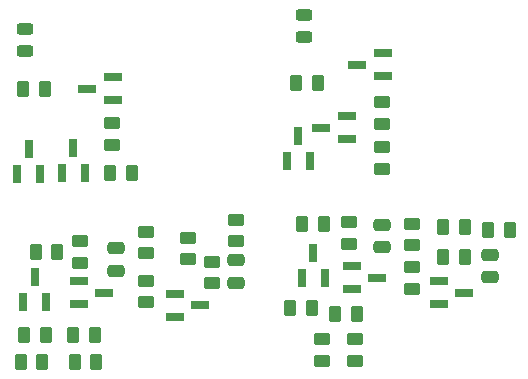
<source format=gbr>
%TF.GenerationSoftware,KiCad,Pcbnew,(6.0.2)*%
%TF.CreationDate,2022-03-08T21:55:07+01:00*%
%TF.ProjectId,simple-pc_-no-fiducials,73696d70-6c65-42d7-9063-5f2d6e6f2d66,rev?*%
%TF.SameCoordinates,Original*%
%TF.FileFunction,Paste,Top*%
%TF.FilePolarity,Positive*%
%FSLAX46Y46*%
G04 Gerber Fmt 4.6, Leading zero omitted, Abs format (unit mm)*
G04 Created by KiCad (PCBNEW (6.0.2)) date 2022-03-08 21:55:07*
%MOMM*%
%LPD*%
G01*
G04 APERTURE LIST*
G04 Aperture macros list*
%AMRoundRect*
0 Rectangle with rounded corners*
0 $1 Rounding radius*
0 $2 $3 $4 $5 $6 $7 $8 $9 X,Y pos of 4 corners*
0 Add a 4 corners polygon primitive as box body*
4,1,4,$2,$3,$4,$5,$6,$7,$8,$9,$2,$3,0*
0 Add four circle primitives for the rounded corners*
1,1,$1+$1,$2,$3*
1,1,$1+$1,$4,$5*
1,1,$1+$1,$6,$7*
1,1,$1+$1,$8,$9*
0 Add four rect primitives between the rounded corners*
20,1,$1+$1,$2,$3,$4,$5,0*
20,1,$1+$1,$4,$5,$6,$7,0*
20,1,$1+$1,$6,$7,$8,$9,0*
20,1,$1+$1,$8,$9,$2,$3,0*%
G04 Aperture macros list end*
%ADD10RoundRect,0.250000X0.450000X-0.262500X0.450000X0.262500X-0.450000X0.262500X-0.450000X-0.262500X0*%
%ADD11RoundRect,0.243750X0.456250X-0.243750X0.456250X0.243750X-0.456250X0.243750X-0.456250X-0.243750X0*%
%ADD12R,1.600000X0.800000*%
%ADD13RoundRect,0.250000X0.262500X0.450000X-0.262500X0.450000X-0.262500X-0.450000X0.262500X-0.450000X0*%
%ADD14RoundRect,0.250000X-0.450000X0.262500X-0.450000X-0.262500X0.450000X-0.262500X0.450000X0.262500X0*%
%ADD15RoundRect,0.250000X-0.475000X0.250000X-0.475000X-0.250000X0.475000X-0.250000X0.475000X0.250000X0*%
%ADD16R,0.800000X1.600000*%
%ADD17RoundRect,0.250000X-0.262500X-0.450000X0.262500X-0.450000X0.262500X0.450000X-0.262500X0.450000X0*%
G04 APERTURE END LIST*
D10*
%TO.C,R12*%
X108458000Y-75842500D03*
X108458000Y-74017500D03*
%TD*%
D11*
%TO.C,D1*%
X101092000Y-67915000D03*
X101092000Y-66040000D03*
%TD*%
D12*
%TO.C,Q12*%
X131368800Y-70053200D03*
X131368800Y-68122800D03*
X129232000Y-69088000D03*
%TD*%
D13*
%TO.C,R19*%
X125372500Y-89662000D03*
X123547500Y-89662000D03*
%TD*%
D14*
%TO.C,R6*%
X111302800Y-87379800D03*
X111302800Y-89204800D03*
%TD*%
D10*
%TO.C,R11*%
X118922800Y-84021300D03*
X118922800Y-82196300D03*
%TD*%
D15*
%TO.C,C4*%
X140462000Y-85156000D03*
X140462000Y-87056000D03*
%TD*%
D16*
%TO.C,Q4*%
X104190800Y-78282800D03*
X106121200Y-78282800D03*
X105156000Y-76146000D03*
%TD*%
D13*
%TO.C,R10*%
X103833300Y-84947800D03*
X102008300Y-84947800D03*
%TD*%
D12*
%TO.C,Q7*%
X128727200Y-86156800D03*
X128727200Y-88087200D03*
X130864000Y-87122000D03*
%TD*%
D10*
%TO.C,R26*%
X131318000Y-74064500D03*
X131318000Y-72239500D03*
%TD*%
D17*
%TO.C,R16*%
X136501500Y-85344000D03*
X138326500Y-85344000D03*
%TD*%
D12*
%TO.C,Q10*%
X128320800Y-75387200D03*
X128320800Y-73456800D03*
X126184000Y-74422000D03*
%TD*%
D13*
%TO.C,R17*%
X138326500Y-82804000D03*
X136501500Y-82804000D03*
%TD*%
D14*
%TO.C,R20*%
X133858000Y-86209500D03*
X133858000Y-88034500D03*
%TD*%
D12*
%TO.C,Q6*%
X108508800Y-72085200D03*
X108508800Y-70154800D03*
X106372000Y-71120000D03*
%TD*%
D17*
%TO.C,R1*%
X105310300Y-94218800D03*
X107135300Y-94218800D03*
%TD*%
D15*
%TO.C,C3*%
X131318000Y-82616000D03*
X131318000Y-84516000D03*
%TD*%
D14*
%TO.C,R21*%
X128524000Y-82399500D03*
X128524000Y-84224500D03*
%TD*%
D13*
%TO.C,R5*%
X102840800Y-91932800D03*
X101015800Y-91932800D03*
%TD*%
D12*
%TO.C,Q8*%
X136093200Y-87426800D03*
X136093200Y-89357200D03*
X138230000Y-88392000D03*
%TD*%
D15*
%TO.C,C2*%
X118922800Y-85648800D03*
X118922800Y-87548800D03*
%TD*%
D17*
%TO.C,R9*%
X108307500Y-78232000D03*
X110132500Y-78232000D03*
%TD*%
D16*
%TO.C,Q3*%
X100431600Y-78333600D03*
X102362000Y-78333600D03*
X101396800Y-76196800D03*
%TD*%
D15*
%TO.C,C1*%
X108762800Y-84632800D03*
X108762800Y-86532800D03*
%TD*%
D17*
%TO.C,R14*%
X100941500Y-71120000D03*
X102766500Y-71120000D03*
%TD*%
D14*
%TO.C,R23*%
X131318000Y-76049500D03*
X131318000Y-77874500D03*
%TD*%
D13*
%TO.C,R13*%
X102563300Y-94218800D03*
X100738300Y-94218800D03*
%TD*%
D10*
%TO.C,R22*%
X133858000Y-84375000D03*
X133858000Y-82550000D03*
%TD*%
%TO.C,R2*%
X116890800Y-87577300D03*
X116890800Y-85752300D03*
%TD*%
D16*
%TO.C,Q5*%
X100939600Y-89189600D03*
X102870000Y-89189600D03*
X101904800Y-87052800D03*
%TD*%
D14*
%TO.C,R7*%
X105714800Y-84035300D03*
X105714800Y-85860300D03*
%TD*%
D17*
%TO.C,R28*%
X124055500Y-70612000D03*
X125880500Y-70612000D03*
%TD*%
D10*
%TO.C,R8*%
X111302800Y-85037300D03*
X111302800Y-83212300D03*
%TD*%
D12*
%TO.C,Q2*%
X113792000Y-88493600D03*
X113792000Y-90424000D03*
X115928800Y-89458800D03*
%TD*%
D13*
%TO.C,R24*%
X126388500Y-82550000D03*
X124563500Y-82550000D03*
%TD*%
%TO.C,R18*%
X129182500Y-90170000D03*
X127357500Y-90170000D03*
%TD*%
D12*
%TO.C,Q1*%
X105664000Y-87411600D03*
X105664000Y-89342000D03*
X107800800Y-88376800D03*
%TD*%
D11*
%TO.C,D2*%
X124714000Y-66723500D03*
X124714000Y-64848500D03*
%TD*%
D10*
%TO.C,R3*%
X114858800Y-85545300D03*
X114858800Y-83720300D03*
%TD*%
D16*
%TO.C,Q9*%
X123240800Y-77266800D03*
X125171200Y-77266800D03*
X124206000Y-75130000D03*
%TD*%
D17*
%TO.C,R25*%
X142136500Y-83058000D03*
X140311500Y-83058000D03*
%TD*%
D16*
%TO.C,Q11*%
X124510800Y-87172800D03*
X126441200Y-87172800D03*
X125476000Y-85036000D03*
%TD*%
D10*
%TO.C,R27*%
X126238000Y-94130500D03*
X126238000Y-92305500D03*
%TD*%
%TO.C,R15*%
X129032000Y-94130500D03*
X129032000Y-92305500D03*
%TD*%
D13*
%TO.C,R4*%
X107008300Y-91932800D03*
X105183300Y-91932800D03*
%TD*%
M02*

</source>
